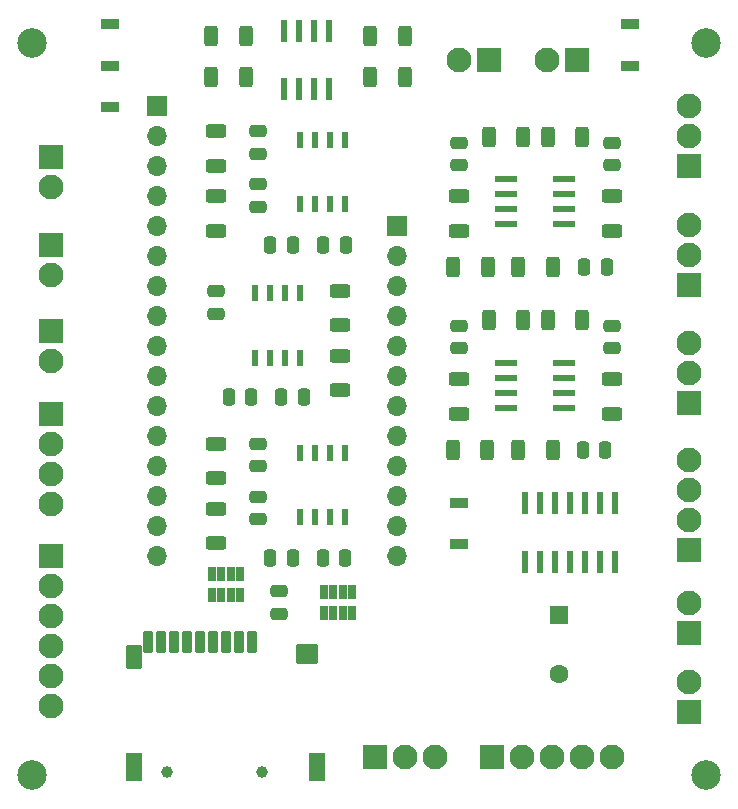
<source format=gts>
G04 #@! TF.GenerationSoftware,KiCad,Pcbnew,8.0.6*
G04 #@! TF.CreationDate,2025-02-26T16:40:18-08:00*
G04 #@! TF.ProjectId,Cymatics,43796d61-7469-4637-932e-6b696361645f,rev?*
G04 #@! TF.SameCoordinates,Original*
G04 #@! TF.FileFunction,Soldermask,Top*
G04 #@! TF.FilePolarity,Negative*
%FSLAX46Y46*%
G04 Gerber Fmt 4.6, Leading zero omitted, Abs format (unit mm)*
G04 Created by KiCad (PCBNEW 8.0.6) date 2025-02-26 16:40:18*
%MOMM*%
%LPD*%
G01*
G04 APERTURE LIST*
G04 Aperture macros list*
%AMRoundRect*
0 Rectangle with rounded corners*
0 $1 Rounding radius*
0 $2 $3 $4 $5 $6 $7 $8 $9 X,Y pos of 4 corners*
0 Add a 4 corners polygon primitive as box body*
4,1,4,$2,$3,$4,$5,$6,$7,$8,$9,$2,$3,0*
0 Add four circle primitives for the rounded corners*
1,1,$1+$1,$2,$3*
1,1,$1+$1,$4,$5*
1,1,$1+$1,$6,$7*
1,1,$1+$1,$8,$9*
0 Add four rect primitives between the rounded corners*
20,1,$1+$1,$2,$3,$4,$5,0*
20,1,$1+$1,$4,$5,$6,$7,0*
20,1,$1+$1,$6,$7,$8,$9,0*
20,1,$1+$1,$8,$9,$2,$3,0*%
G04 Aperture macros list end*
%ADD10RoundRect,0.250000X-0.625000X0.312500X-0.625000X-0.312500X0.625000X-0.312500X0.625000X0.312500X0*%
%ADD11R,2.100000X2.100000*%
%ADD12C,2.100000*%
%ADD13RoundRect,0.250000X-0.475000X0.250000X-0.475000X-0.250000X0.475000X-0.250000X0.475000X0.250000X0*%
%ADD14RoundRect,0.250000X0.625000X-0.312500X0.625000X0.312500X-0.625000X0.312500X-0.625000X-0.312500X0*%
%ADD15RoundRect,0.250000X0.475000X-0.250000X0.475000X0.250000X-0.475000X0.250000X-0.475000X-0.250000X0*%
%ADD16RoundRect,0.250000X0.312500X0.625000X-0.312500X0.625000X-0.312500X-0.625000X0.312500X-0.625000X0*%
%ADD17R,0.533400X1.460500*%
%ADD18C,1.000000*%
%ADD19RoundRect,0.102000X-0.350000X-0.800000X0.350000X-0.800000X0.350000X0.800000X-0.350000X0.800000X0*%
%ADD20RoundRect,0.102000X-0.600000X-0.900000X0.600000X-0.900000X0.600000X0.900000X-0.600000X0.900000X0*%
%ADD21RoundRect,0.102000X-0.800000X-0.750000X0.800000X-0.750000X0.800000X0.750000X-0.800000X0.750000X0*%
%ADD22RoundRect,0.102000X-0.600000X-1.100000X0.600000X-1.100000X0.600000X1.100000X-0.600000X1.100000X0*%
%ADD23C,2.500000*%
%ADD24R,1.700000X1.700000*%
%ADD25O,1.700000X1.700000*%
%ADD26RoundRect,0.091750X-0.275250X0.495250X-0.275250X-0.495250X0.275250X-0.495250X0.275250X0.495250X0*%
%ADD27R,1.600000X1.600000*%
%ADD28C,1.600000*%
%ADD29R,0.558800X1.981200*%
%ADD30RoundRect,0.250000X-0.250000X-0.475000X0.250000X-0.475000X0.250000X0.475000X-0.250000X0.475000X0*%
%ADD31R,1.600200X0.812800*%
%ADD32RoundRect,0.250000X-0.312500X-0.625000X0.312500X-0.625000X0.312500X0.625000X-0.312500X0.625000X0*%
%ADD33RoundRect,0.250000X0.250000X0.475000X-0.250000X0.475000X-0.250000X-0.475000X0.250000X-0.475000X0*%
%ADD34R,1.981200X0.558800*%
%ADD35RoundRect,0.091750X0.275250X-0.495250X0.275250X0.495250X-0.275250X0.495250X-0.275250X-0.495250X0*%
G04 APERTURE END LIST*
D10*
X120210000Y-78129125D03*
X120210000Y-81054125D03*
D11*
X140250000Y-58550000D03*
D12*
X137710000Y-58550000D03*
D13*
X115000000Y-103550000D03*
X115000000Y-105450000D03*
D14*
X143210000Y-73012500D03*
X143210000Y-70087500D03*
D15*
X113210000Y-66500000D03*
X113210000Y-64600000D03*
D11*
X95710000Y-81550000D03*
D12*
X95710000Y-84090000D03*
D16*
X132672500Y-76090000D03*
X129747500Y-76090000D03*
D17*
X120615000Y-65325850D03*
X119345000Y-65325850D03*
X118075000Y-65325850D03*
X116805000Y-65325850D03*
X116805000Y-70774150D03*
X118075000Y-70774150D03*
X119345000Y-70774150D03*
X120615000Y-70774150D03*
D18*
X105550000Y-118837500D03*
X113550000Y-118837500D03*
D19*
X112750000Y-107837500D03*
X111650000Y-107837500D03*
X110550000Y-107837500D03*
X109450000Y-107837500D03*
X108350000Y-107837500D03*
X107250000Y-107837500D03*
X106150000Y-107837500D03*
X105050000Y-107837500D03*
X103950000Y-107837500D03*
D20*
X102750000Y-109137500D03*
D21*
X117350000Y-108887500D03*
D22*
X102750000Y-118437500D03*
X118250000Y-118437500D03*
D11*
X95710000Y-100550000D03*
D12*
X95710000Y-103090000D03*
X95710000Y-105630000D03*
X95710000Y-108170000D03*
X95710000Y-110710000D03*
X95710000Y-113250000D03*
D23*
X151120850Y-119108694D03*
D24*
X125036000Y-72650000D03*
D25*
X125036000Y-75190000D03*
X125036000Y-77730000D03*
X125036000Y-80270000D03*
X125036000Y-82810000D03*
X125036000Y-85350000D03*
X125036000Y-87890000D03*
X125036000Y-90430000D03*
X125036000Y-92970000D03*
X125036000Y-95510000D03*
X125036000Y-98050000D03*
X125036000Y-100590000D03*
D16*
X138172500Y-91630000D03*
X135247500Y-91630000D03*
D15*
X130210000Y-83000000D03*
X130210000Y-81100000D03*
D11*
X95710000Y-88510000D03*
D12*
X95710000Y-91050000D03*
X95710000Y-93590000D03*
X95710000Y-96130000D03*
D15*
X113210000Y-92962500D03*
X113210000Y-91062500D03*
D23*
X94120850Y-57108694D03*
D26*
X121200000Y-103625000D03*
X120400000Y-103625000D03*
X119600000Y-103625000D03*
X118800000Y-103625000D03*
X118800000Y-105375000D03*
X119600000Y-105375000D03*
X120400000Y-105375000D03*
X121200000Y-105375000D03*
D14*
X130210000Y-88512500D03*
X130210000Y-85587500D03*
D13*
X113210000Y-95562500D03*
X113210000Y-97462500D03*
D11*
X149710000Y-107090000D03*
D12*
X149710000Y-104550000D03*
D27*
X138710000Y-105550000D03*
D28*
X138710000Y-110550000D03*
D29*
X119210000Y-56086200D03*
X117940000Y-56086200D03*
X116670000Y-56086200D03*
X115400000Y-56086200D03*
X115400000Y-61013800D03*
X116670000Y-61013800D03*
X117940000Y-61013800D03*
X119210000Y-61013800D03*
D11*
X149710000Y-113820000D03*
D12*
X149710000Y-111280000D03*
D30*
X114260000Y-100774150D03*
X116160000Y-100774150D03*
D31*
X144710000Y-59050000D03*
D14*
X130210000Y-73012500D03*
X130210000Y-70087500D03*
D10*
X109710000Y-96550000D03*
X109710000Y-99475000D03*
D30*
X114260000Y-74274150D03*
X116160000Y-74274150D03*
D10*
X120210000Y-83629125D03*
X120210000Y-86554125D03*
D30*
X115210000Y-87091625D03*
X117110000Y-87091625D03*
D16*
X132635000Y-91630000D03*
X129710000Y-91630000D03*
D17*
X120615000Y-91825850D03*
X119345000Y-91825850D03*
X118075000Y-91825850D03*
X116805000Y-91825850D03*
X116805000Y-97274150D03*
X118075000Y-97274150D03*
X119345000Y-97274150D03*
X120615000Y-97274150D03*
D31*
X100710000Y-62550000D03*
X100710000Y-59050000D03*
D32*
X132747500Y-65090000D03*
X135672500Y-65090000D03*
D13*
X113210000Y-69100000D03*
X113210000Y-71000000D03*
D32*
X109247500Y-60050000D03*
X112172500Y-60050000D03*
D31*
X144710000Y-55550000D03*
D11*
X95710000Y-74280000D03*
D12*
X95710000Y-76820000D03*
D33*
X142754894Y-76084150D03*
X140854894Y-76084150D03*
D30*
X118710000Y-100774150D03*
X120610000Y-100774150D03*
D17*
X116796625Y-78325850D03*
X115526625Y-78325850D03*
X114256625Y-78325850D03*
X112986625Y-78325850D03*
X112986625Y-83774150D03*
X114256625Y-83774150D03*
X115526625Y-83774150D03*
X116796625Y-83774150D03*
D15*
X130210000Y-67500000D03*
X130210000Y-65600000D03*
X109710000Y-80041625D03*
X109710000Y-78141625D03*
D16*
X140672500Y-65090000D03*
X137747500Y-65090000D03*
X140672500Y-80630000D03*
X137747500Y-80630000D03*
D10*
X109710000Y-70087500D03*
X109710000Y-73012500D03*
D30*
X118760000Y-74274150D03*
X120660000Y-74274150D03*
X110760000Y-87091625D03*
X112660000Y-87091625D03*
D11*
X133050000Y-117550000D03*
D12*
X135590000Y-117550000D03*
X138130000Y-117550000D03*
X140670000Y-117550000D03*
X143210000Y-117550000D03*
D31*
X130210000Y-96050000D03*
D34*
X139136300Y-88035000D03*
X139136300Y-86765000D03*
X139136300Y-85495000D03*
X139136300Y-84225000D03*
X134208700Y-84225000D03*
X134208700Y-85495000D03*
X134208700Y-86765000D03*
X134208700Y-88035000D03*
D35*
X109300000Y-103875000D03*
X110100000Y-103875000D03*
X110900000Y-103875000D03*
X111700000Y-103875000D03*
X111700000Y-102125000D03*
X110900000Y-102125000D03*
X110100000Y-102125000D03*
X109300000Y-102125000D03*
D16*
X125672500Y-56550000D03*
X122747500Y-56550000D03*
D23*
X151120850Y-57108694D03*
D29*
X143480000Y-96122400D03*
X142210000Y-96122400D03*
X140940000Y-96122400D03*
X139670000Y-96122400D03*
X138400000Y-96122400D03*
X137130000Y-96122400D03*
X135860000Y-96122400D03*
X135860000Y-101050000D03*
X137130000Y-101050000D03*
X138400000Y-101050000D03*
X139670000Y-101050000D03*
X140940000Y-101050000D03*
X142210000Y-101050000D03*
X143480000Y-101050000D03*
D32*
X132747500Y-80630000D03*
X135672500Y-80630000D03*
D16*
X112172500Y-56550000D03*
X109247500Y-56550000D03*
D13*
X143210000Y-81100000D03*
X143210000Y-83000000D03*
D15*
X143210000Y-67500000D03*
X143210000Y-65600000D03*
D10*
X109710000Y-91050000D03*
X109710000Y-93975000D03*
X109710000Y-64587500D03*
X109710000Y-67512500D03*
D14*
X143172500Y-88512500D03*
X143172500Y-85587500D03*
D16*
X125672500Y-60050000D03*
X122747500Y-60050000D03*
D24*
X104710000Y-62490000D03*
D25*
X104710000Y-65030000D03*
X104710000Y-67570000D03*
X104710000Y-70110000D03*
X104710000Y-72650000D03*
X104710000Y-75190000D03*
X104710000Y-77730000D03*
X104710000Y-80270000D03*
X104710000Y-82810000D03*
X104710000Y-85350000D03*
X104710000Y-87890000D03*
X104710000Y-90430000D03*
X104710000Y-92970000D03*
X104710000Y-95510000D03*
X104710000Y-98050000D03*
X104710000Y-100590000D03*
D11*
X149710000Y-87630000D03*
D12*
X149710000Y-85090000D03*
X149710000Y-82550000D03*
D11*
X132790000Y-58550000D03*
D12*
X130250000Y-58550000D03*
D11*
X149710000Y-67590000D03*
D12*
X149710000Y-65050000D03*
X149710000Y-62510000D03*
D23*
X94120850Y-119108694D03*
D11*
X123130000Y-117550000D03*
D12*
X125670000Y-117550000D03*
X128210000Y-117550000D03*
D16*
X138172500Y-76130000D03*
X135247500Y-76130000D03*
D31*
X100710000Y-55550000D03*
D11*
X149710000Y-100050000D03*
D12*
X149710000Y-97510000D03*
X149710000Y-94970000D03*
X149710000Y-92430000D03*
D31*
X130210000Y-99550000D03*
D11*
X95710000Y-66780000D03*
D12*
X95710000Y-69320000D03*
D34*
X139173800Y-72495000D03*
X139173800Y-71225000D03*
X139173800Y-69955000D03*
X139173800Y-68685000D03*
X134246200Y-68685000D03*
X134246200Y-69955000D03*
X134246200Y-71225000D03*
X134246200Y-72495000D03*
D33*
X142622500Y-91630000D03*
X140722500Y-91630000D03*
D11*
X149710000Y-77630000D03*
D12*
X149710000Y-75090000D03*
X149710000Y-72550000D03*
M02*

</source>
